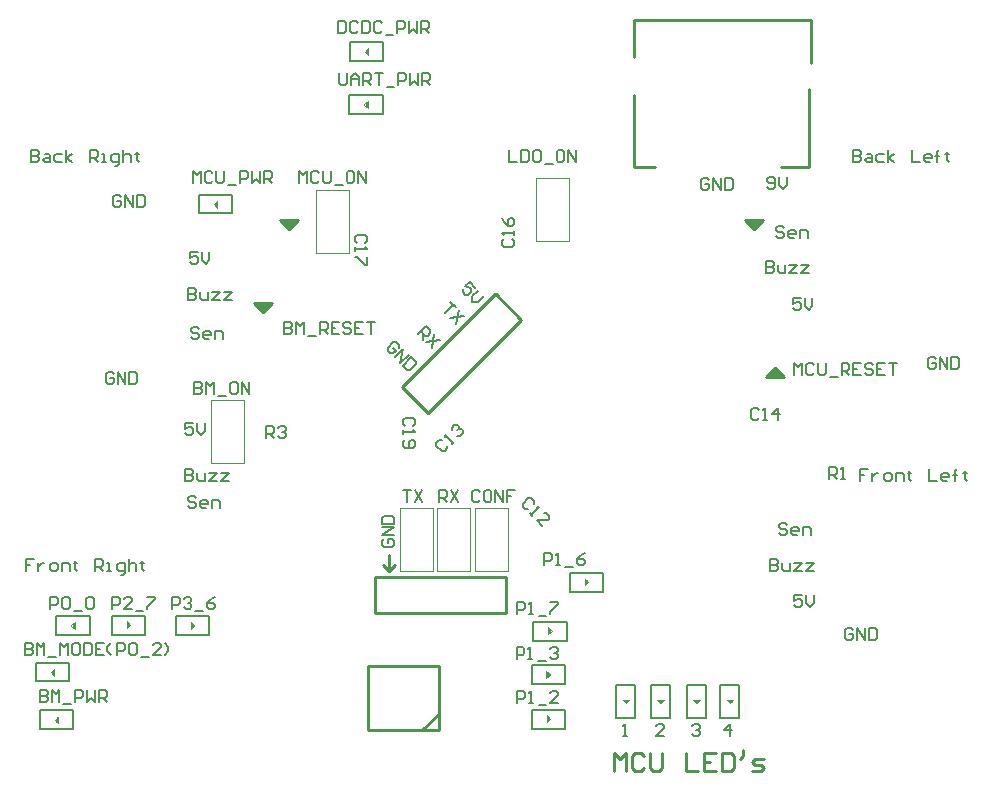
<source format=gto>
G04 Layer_Color=65535*
%FSLAX44Y44*%
%MOMM*%
G71*
G01*
G75*
%ADD43C,0.1000*%
%ADD44C,0.2000*%
%ADD45C,0.2540*%
D43*
X935990Y795020D02*
X963930D01*
X935990D02*
Y848360D01*
X963930D01*
Y795020D02*
Y848360D01*
X792455Y912965D02*
X793205Y912215D01*
Y909902D02*
Y912215D01*
X792643Y909340D02*
X793205Y909902D01*
X791830Y909340D02*
X792643D01*
X791830D02*
X792393Y909902D01*
X793205D01*
X791455Y911653D02*
X793205Y909902D01*
X791455Y911653D02*
Y911965D01*
X791611Y911809D01*
X793205D01*
X791830Y910434D02*
X793205Y911809D01*
X791830Y909340D02*
Y910434D01*
X791455Y909715D02*
X791830Y909340D01*
X791455Y909715D02*
Y911965D01*
X793205Y910215D01*
Y907965D02*
Y910215D01*
X790455Y910715D02*
X793205Y907965D01*
X790455Y910715D02*
Y910965D01*
X793205Y913715D01*
Y909902D02*
Y913715D01*
Y907965D02*
Y909902D01*
X820420Y515620D02*
X848360D01*
X820420D02*
Y568960D01*
X848360D01*
Y515620D02*
Y568960D01*
X852170Y515620D02*
X880110D01*
X852170D02*
Y568960D01*
X880110D01*
Y515620D02*
Y568960D01*
X643785Y468275D02*
X644535Y467525D01*
X643785Y468275D02*
Y470588D01*
X644348Y471150D01*
X645160D01*
X644597Y470588D02*
X645160Y471150D01*
X643785Y470588D02*
X644597D01*
X643785D02*
X645535Y468838D01*
Y468525D02*
Y468838D01*
X645379Y468681D02*
X645535Y468525D01*
X643785Y468681D02*
X645379D01*
X643785D02*
X645160Y470056D01*
Y471150D01*
X645535Y470775D01*
Y468525D02*
Y470775D01*
X643785Y470275D02*
X645535Y468525D01*
X643785Y470275D02*
Y472525D01*
X646535Y469775D01*
Y469525D02*
Y469775D01*
X643785Y466775D02*
X646535Y469525D01*
X643785Y466775D02*
Y470588D01*
Y472525D01*
X589265Y468745D02*
X590015Y467995D01*
X589265Y468745D02*
Y471058D01*
X589827Y471620D01*
X590640D01*
X590078Y471058D02*
X590640Y471620D01*
X589265Y471058D02*
X590078D01*
X589265D02*
X591015Y469308D01*
Y468995D02*
Y469308D01*
X590859Y469151D02*
X591015Y468995D01*
X589265Y469151D02*
X590859D01*
X589265D02*
X590640Y470526D01*
Y471620D01*
X591015Y471245D01*
Y468995D02*
Y471245D01*
X589265Y470745D02*
X591015Y468995D01*
X589265Y470745D02*
Y472995D01*
X592015Y470245D01*
Y469995D02*
Y470245D01*
X589265Y467245D02*
X592015Y469995D01*
X589265Y467245D02*
Y471058D01*
Y472995D01*
X946195Y463665D02*
X946945Y462915D01*
X946195Y463665D02*
Y465978D01*
X946758Y466540D01*
X947570D01*
X947008Y465978D02*
X947570Y466540D01*
X946195Y465978D02*
X947008D01*
X946195D02*
X947945Y464227D01*
Y463915D02*
Y464227D01*
X947789Y464071D02*
X947945Y463915D01*
X946195Y464071D02*
X947789D01*
X946195D02*
X947570Y465446D01*
Y466540D01*
X947945Y466165D01*
Y463915D02*
Y466165D01*
X946195Y465665D02*
X947945Y463915D01*
X946195Y465665D02*
Y467915D01*
X948945Y465165D01*
Y464915D02*
Y465165D01*
X946195Y462165D02*
X948945Y464915D01*
X946195Y462165D02*
Y465978D01*
Y467915D01*
X977175Y505105D02*
X977925Y504355D01*
X977175Y505105D02*
Y507417D01*
X977738Y507980D01*
X978550D01*
X977988Y507417D02*
X978550Y507980D01*
X977175Y507417D02*
X977988D01*
X977175D02*
X978925Y505667D01*
Y505355D02*
Y505667D01*
X978769Y505511D02*
X978925Y505355D01*
X977175Y505511D02*
X978769D01*
X977175D02*
X978550Y506886D01*
Y507980D01*
X978925Y507605D01*
Y505355D02*
Y507605D01*
X977175Y507105D02*
X978925Y505355D01*
X977175Y507105D02*
Y509355D01*
X979925Y506605D01*
Y506355D02*
Y506605D01*
X977175Y503605D02*
X979925Y506355D01*
X977175Y503605D02*
Y507417D01*
Y509355D01*
X944625Y426835D02*
X945375Y426085D01*
X944625Y426835D02*
Y429147D01*
X945188Y429710D01*
X946000D01*
X945437Y429147D02*
X946000Y429710D01*
X944625Y429147D02*
X945437D01*
X944625D02*
X946375Y427397D01*
Y427085D02*
Y427397D01*
X946219Y427241D02*
X946375Y427085D01*
X944625Y427241D02*
X946219D01*
X944625D02*
X946000Y428616D01*
Y429710D01*
X946375Y429335D01*
Y427085D02*
Y429335D01*
X944625Y428835D02*
X946375Y427085D01*
X944625Y428835D02*
Y431085D01*
X947375Y428335D01*
Y428085D02*
Y428335D01*
X944625Y425335D02*
X947375Y428085D01*
X944625Y425335D02*
Y429147D01*
Y431085D01*
X944925Y389205D02*
X945675Y388455D01*
X944925Y389205D02*
Y391517D01*
X945488Y392080D01*
X946300D01*
X945738Y391517D02*
X946300Y392080D01*
X944925Y391517D02*
X945738D01*
X944925D02*
X946675Y389767D01*
Y389455D02*
Y389767D01*
X946519Y389611D02*
X946675Y389455D01*
X944925Y389611D02*
X946519D01*
X944925D02*
X946300Y390986D01*
Y392080D01*
X946675Y391705D01*
Y389455D02*
Y391705D01*
X944925Y391205D02*
X946675Y389455D01*
X944925Y391205D02*
Y393455D01*
X947675Y390705D01*
Y390455D02*
Y390705D01*
X944925Y387705D02*
X947675Y390455D01*
X944925Y387705D02*
Y391517D01*
Y393455D01*
X544335Y471805D02*
X545085Y471055D01*
Y468742D02*
Y471055D01*
X544523Y468180D02*
X545085Y468742D01*
X543710Y468180D02*
X544523D01*
X543710D02*
X544272Y468742D01*
X545085D01*
X543335Y470493D02*
X545085Y468742D01*
X543335Y470493D02*
Y470805D01*
X543491Y470649D01*
X545085D01*
X543710Y469274D02*
X545085Y470649D01*
X543710Y468180D02*
Y469274D01*
X543335Y468555D02*
X543710Y468180D01*
X543335Y468555D02*
Y470805D01*
X545085Y469055D01*
Y466805D02*
Y469055D01*
X542335Y469555D02*
X545085Y466805D01*
X542335Y469555D02*
Y469805D01*
X545085Y472555D01*
Y468742D02*
Y472555D01*
Y466805D02*
Y468742D01*
X664755Y828360D02*
X665505Y827610D01*
Y825297D02*
Y827610D01*
X664942Y824735D02*
X665505Y825297D01*
X664130Y824735D02*
X664942D01*
X664130D02*
X664693Y825297D01*
X665505D01*
X663755Y827048D02*
X665505Y825297D01*
X663755Y827048D02*
Y827360D01*
X663911Y827204D01*
X665505D01*
X664130Y825829D02*
X665505Y827204D01*
X664130Y824735D02*
Y825829D01*
X663755Y825110D02*
X664130Y824735D01*
X663755Y825110D02*
Y827360D01*
X665505Y825610D01*
Y823360D02*
Y825610D01*
X662755Y826110D02*
X665505Y823360D01*
X662755Y826110D02*
Y826360D01*
X665505Y829110D01*
Y825297D02*
Y829110D01*
Y823360D02*
Y825297D01*
X749300Y784860D02*
X777240D01*
X749300D02*
Y838200D01*
X777240D01*
Y784860D02*
Y838200D01*
X793105Y957415D02*
X793855Y956665D01*
Y954352D02*
Y956665D01*
X793292Y953790D02*
X793855Y954352D01*
X792480Y953790D02*
X793292D01*
X792480D02*
X793043Y954352D01*
X793855D01*
X792105Y956103D02*
X793855Y954352D01*
X792105Y956103D02*
Y956415D01*
X792261Y956259D01*
X793855D01*
X792480Y954884D02*
X793855Y956259D01*
X792480Y953790D02*
Y954884D01*
X792105Y954165D02*
X792480Y953790D01*
X792105Y954165D02*
Y956415D01*
X793855Y954665D01*
Y952415D02*
Y954665D01*
X791105Y955165D02*
X793855Y952415D01*
X791105Y955165D02*
Y955415D01*
X793855Y958165D01*
Y954352D02*
Y958165D01*
Y952415D02*
Y954352D01*
X883920Y515620D02*
X911860D01*
X883920D02*
Y568960D01*
X911860D01*
Y515620D02*
Y568960D01*
X530365Y391795D02*
X531115Y391045D01*
Y388732D02*
Y391045D01*
X530552Y388170D02*
X531115Y388732D01*
X529740Y388170D02*
X530552D01*
X529740D02*
X530303Y388732D01*
X531115D01*
X529365Y390482D02*
X531115Y388732D01*
X529365Y390482D02*
Y390795D01*
X529521Y390639D01*
X531115D01*
X529740Y389264D02*
X531115Y390639D01*
X529740Y388170D02*
Y389264D01*
X529365Y388545D02*
X529740Y388170D01*
X529365Y388545D02*
Y390795D01*
X531115Y389045D01*
Y386795D02*
Y389045D01*
X528365Y389545D02*
X531115Y386795D01*
X528365Y389545D02*
Y389795D01*
X531115Y392545D01*
Y388732D02*
Y392545D01*
Y386795D02*
Y388732D01*
X660400Y660400D02*
X688340D01*
Y607060D02*
Y660400D01*
X660400Y607060D02*
X688340D01*
X660400D02*
Y660400D01*
X526905Y432105D02*
X527655Y431355D01*
Y429043D02*
Y431355D01*
X527093Y428480D02*
X527655Y429043D01*
X526280Y428480D02*
X527093D01*
X526280D02*
X526842Y429043D01*
X527655D01*
X525905Y430793D02*
X527655Y429043D01*
X525905Y430793D02*
Y431105D01*
X526061Y430949D01*
X527655D01*
X526280Y429574D02*
X527655Y430949D01*
X526280Y428480D02*
Y429574D01*
X525905Y428855D02*
X526280Y428480D01*
X525905Y428855D02*
Y431105D01*
X527655Y429355D01*
Y427105D02*
Y429355D01*
X524905Y429855D02*
X527655Y427105D01*
X524905Y429855D02*
Y430105D01*
X527655Y432855D01*
Y429043D02*
Y432855D01*
Y427105D02*
Y429043D01*
X1097915Y405665D02*
X1098665Y406415D01*
X1100977D01*
X1101540Y405853D01*
Y405040D02*
Y405853D01*
X1100977Y405602D02*
X1101540Y405040D01*
X1100977Y405602D02*
Y406415D01*
X1099228Y404665D02*
X1100977Y406415D01*
X1098915Y404665D02*
X1099228D01*
X1098915D02*
X1099071Y404821D01*
Y406415D01*
X1100446Y405040D01*
X1101540D01*
X1101165Y404665D02*
X1101540Y405040D01*
X1098915Y404665D02*
X1101165D01*
X1098915D02*
X1100665Y406415D01*
X1102915D01*
X1100165Y403665D02*
X1102915Y406415D01*
X1099915Y403665D02*
X1100165D01*
X1097165Y406415D02*
X1099915Y403665D01*
X1097165Y406415D02*
X1100977D01*
X1102915D01*
X1069551Y406153D02*
X1070302Y406903D01*
X1072614D01*
X1073176Y406341D01*
Y405528D02*
Y406341D01*
X1072614Y406091D02*
X1073176Y405528D01*
X1072614Y406091D02*
Y406903D01*
X1070864Y405153D02*
X1072614Y406903D01*
X1070552Y405153D02*
X1070864D01*
X1070552D02*
X1070708Y405310D01*
Y406903D01*
X1072083Y405528D01*
X1073176D01*
X1072801Y405153D02*
X1073176Y405528D01*
X1070552Y405153D02*
X1072801D01*
X1070552D02*
X1072301Y406903D01*
X1074551D01*
X1071801Y404153D02*
X1074551Y406903D01*
X1071552Y404153D02*
X1071801D01*
X1068801Y406903D02*
X1071552Y404153D01*
X1068801Y406903D02*
X1072614D01*
X1074551D01*
X1039072Y406153D02*
X1039821Y406903D01*
X1042134D01*
X1042696Y406341D01*
Y405528D02*
Y406341D01*
X1042134Y406091D02*
X1042696Y405528D01*
X1042134Y406091D02*
Y406903D01*
X1040384Y405153D02*
X1042134Y406903D01*
X1040071Y405153D02*
X1040384D01*
X1040071D02*
X1040228Y405310D01*
Y406903D01*
X1041603Y405528D01*
X1042696D01*
X1042321Y405153D02*
X1042696Y405528D01*
X1040071Y405153D02*
X1042321D01*
X1040071D02*
X1041822Y406903D01*
X1044071D01*
X1041321Y404153D02*
X1044071Y406903D01*
X1041071Y404153D02*
X1041321D01*
X1038321Y406903D02*
X1041071Y404153D01*
X1038321Y406903D02*
X1042134D01*
X1044071D01*
X1009862Y406153D02*
X1010611Y406903D01*
X1012924D01*
X1013486Y406341D01*
Y405528D02*
Y406341D01*
X1012924Y406091D02*
X1013486Y405528D01*
X1012924Y406091D02*
Y406903D01*
X1011174Y405153D02*
X1012924Y406903D01*
X1010862Y405153D02*
X1011174D01*
X1010862D02*
X1011018Y405310D01*
Y406903D01*
X1012393Y405528D01*
X1013486D01*
X1013111Y405153D02*
X1013486Y405528D01*
X1010862Y405153D02*
X1013111D01*
X1010862D02*
X1012611Y406903D01*
X1014861D01*
X1012111Y404153D02*
X1014861Y406903D01*
X1011861Y404153D02*
X1012111D01*
X1009111Y406903D02*
X1011861Y404153D01*
X1009111Y406903D02*
X1012924D01*
X1014861D01*
D44*
X805830Y903090D02*
Y919090D01*
X777830D02*
X805830D01*
X777830Y903090D02*
Y919090D01*
Y903090D02*
X805830D01*
X631160Y461400D02*
Y477400D01*
Y461400D02*
X659160D01*
Y477400D01*
X631160D02*
X659160D01*
X576640Y461870D02*
Y477870D01*
Y461870D02*
X604640D01*
Y477870D01*
X576640D02*
X604640D01*
X933570Y456790D02*
Y472790D01*
Y456790D02*
X961570D01*
Y472790D01*
X933570D02*
X961570D01*
X964550Y498230D02*
Y514230D01*
Y498230D02*
X992550D01*
Y514230D01*
X964550D02*
X992550D01*
X932000Y419960D02*
Y435960D01*
Y419960D02*
X960000D01*
Y435960D01*
X932000D02*
X960000D01*
X932300Y382330D02*
Y398330D01*
Y382330D02*
X960300D01*
Y398330D01*
X932300D02*
X960300D01*
X557710Y461930D02*
Y477930D01*
X529710D02*
X557710D01*
X529710Y461930D02*
Y477930D01*
Y461930D02*
X557710D01*
X678130Y818485D02*
Y834485D01*
X650130D02*
X678130D01*
X650130Y818485D02*
Y834485D01*
Y818485D02*
X678130D01*
X806480Y947540D02*
Y963540D01*
X778480D02*
X806480D01*
X778480Y947540D02*
Y963540D01*
Y947540D02*
X806480D01*
X543740Y381920D02*
Y397920D01*
X515740D02*
X543740D01*
X515740Y381920D02*
Y397920D01*
Y381920D02*
X543740D01*
X540280Y422230D02*
Y438230D01*
X512280D02*
X540280D01*
X512280Y422230D02*
Y438230D01*
Y422230D02*
X540280D01*
X1091790Y419040D02*
X1107790D01*
X1091790Y391040D02*
Y419040D01*
Y391040D02*
X1107790D01*
Y419040D01*
X1063426Y419528D02*
X1079426D01*
X1063426Y391528D02*
Y419528D01*
Y391528D02*
X1079426D01*
Y419528D01*
X1032946D02*
X1048947D01*
X1032946Y391528D02*
Y419528D01*
Y391528D02*
X1048947D01*
Y419528D01*
X1003736Y419528D02*
X1019736D01*
X1003736Y391528D02*
Y419528D01*
Y391528D02*
X1019736D01*
Y419528D01*
X863337Y743669D02*
X868050Y738956D01*
X865694Y741312D01*
X858625Y734244D01*
X870406Y736600D02*
X868050Y724819D01*
X875118Y731888D02*
X863337Y729531D01*
X913130Y872327D02*
Y862330D01*
X919794D01*
X923127Y872327D02*
Y862330D01*
X928125D01*
X929791Y863996D01*
Y870661D01*
X928125Y872327D01*
X923127D01*
X938122D02*
X934790D01*
X933124Y870661D01*
Y863996D01*
X934790Y862330D01*
X938122D01*
X939788Y863996D01*
Y870661D01*
X938122Y872327D01*
X943120Y860664D02*
X949785D01*
X958115Y872327D02*
X954783D01*
X953117Y870661D01*
Y863996D01*
X954783Y862330D01*
X958115D01*
X959782Y863996D01*
Y870661D01*
X958115Y872327D01*
X963114Y862330D02*
Y872327D01*
X969778Y862330D01*
Y872327D01*
X933893Y572678D02*
Y575034D01*
X931537Y577391D01*
X929181D01*
X924468Y572678D01*
Y570322D01*
X926824Y567966D01*
X929181D01*
X930359Y564431D02*
X932715Y562075D01*
X931537Y563253D01*
X938606Y570322D01*
X936249D01*
X940962Y553828D02*
X936249Y558541D01*
X945675D01*
X946853Y559719D01*
X946853Y562075D01*
X944496Y564431D01*
X942140D01*
X856072Y626553D02*
X853716D01*
X851359Y624197D01*
Y621841D01*
X856072Y617128D01*
X858428D01*
X860784Y619484D01*
Y621841D01*
X864319Y623019D02*
X866675Y625375D01*
X865497Y624197D01*
X858428Y631266D01*
Y628909D01*
X864319Y634800D02*
Y637156D01*
X866675Y639513D01*
X869031Y639513D01*
X870209Y638335D01*
Y635978D01*
X869031Y634800D01*
X870209Y635978D01*
X872566Y635978D01*
X873744Y634800D01*
X873744Y632444D01*
X871388Y630088D01*
X869031D01*
X1124265Y652221D02*
X1122598Y653887D01*
X1119266D01*
X1117600Y652221D01*
Y645556D01*
X1119266Y643890D01*
X1122598D01*
X1124265Y645556D01*
X1127597Y643890D02*
X1130929D01*
X1129263D01*
Y653887D01*
X1127597Y652221D01*
X1140926Y643890D02*
Y653887D01*
X1135927Y648888D01*
X1142592D01*
X908609Y796605D02*
X906943Y794938D01*
Y791606D01*
X908609Y789940D01*
X915274D01*
X916940Y791606D01*
Y794938D01*
X915274Y796605D01*
X916940Y799937D02*
Y803269D01*
Y801603D01*
X906943D01*
X908609Y799937D01*
X906943Y814932D02*
X908609Y811600D01*
X911942Y808267D01*
X915274D01*
X916940Y809934D01*
Y813266D01*
X915274Y814932D01*
X913608D01*
X911942Y813266D01*
Y808267D01*
X790651Y793436D02*
X792317Y795102D01*
Y798434D01*
X790651Y800100D01*
X783986D01*
X782320Y798434D01*
Y795102D01*
X783986Y793436D01*
X782320Y790103D02*
Y786771D01*
Y788437D01*
X792317D01*
X790651Y790103D01*
X792317Y781773D02*
Y775108D01*
X790651D01*
X783986Y781773D01*
X782320D01*
X831291Y638495D02*
X832957Y640162D01*
Y643494D01*
X831291Y645160D01*
X824626D01*
X822960Y643494D01*
Y640162D01*
X824626Y638495D01*
X822960Y635163D02*
Y631831D01*
Y633497D01*
X832957D01*
X831291Y635163D01*
X824626Y626833D02*
X822960Y625166D01*
Y621834D01*
X824626Y620168D01*
X831291D01*
X832957Y621834D01*
Y625166D01*
X831291Y626833D01*
X829624D01*
X827958Y625166D01*
Y620168D01*
X919630Y479260D02*
Y489257D01*
X924628D01*
X926294Y487591D01*
Y484258D01*
X924628Y482592D01*
X919630D01*
X929627Y479260D02*
X932959D01*
X931293D01*
Y489257D01*
X929627Y487591D01*
X937957Y477594D02*
X944622D01*
X947954Y489257D02*
X954619D01*
Y487591D01*
X947954Y480926D01*
Y479260D01*
X502920Y454497D02*
Y444500D01*
X507918D01*
X509585Y446166D01*
Y447832D01*
X507918Y449498D01*
X502920D01*
X507918D01*
X509585Y451165D01*
Y452831D01*
X507918Y454497D01*
X502920D01*
X512917Y444500D02*
Y454497D01*
X516249Y451165D01*
X519581Y454497D01*
Y444500D01*
X522914Y442834D02*
X529578D01*
X532910Y444500D02*
Y454497D01*
X536243Y451165D01*
X539575Y454497D01*
Y444500D01*
X547906Y454497D02*
X544573D01*
X542907Y452831D01*
Y446166D01*
X544573Y444500D01*
X547906D01*
X549572Y446166D01*
Y452831D01*
X547906Y454497D01*
X552904D02*
Y444500D01*
X557902D01*
X559568Y446166D01*
Y452831D01*
X557902Y454497D01*
X552904D01*
X569565D02*
X562901D01*
Y444500D01*
X569565D01*
X562901Y449498D02*
X566233D01*
X576230Y444500D02*
X572897Y447832D01*
Y451165D01*
X576230Y454497D01*
X581228Y444500D02*
Y454497D01*
X586227D01*
X587893Y452831D01*
Y449498D01*
X586227Y447832D01*
X581228D01*
X591225Y452831D02*
X592891Y454497D01*
X596223D01*
X597889Y452831D01*
Y446166D01*
X596223Y444500D01*
X592891D01*
X591225Y446166D01*
Y452831D01*
X601222Y442834D02*
X607886D01*
X617883Y444500D02*
X611218D01*
X617883Y451165D01*
Y452831D01*
X616217Y454497D01*
X612885D01*
X611218Y452831D01*
X621215Y444500D02*
X624548Y447832D01*
Y451165D01*
X621215Y454497D01*
X919540Y404330D02*
Y414327D01*
X924538D01*
X926205Y412661D01*
Y409328D01*
X924538Y407662D01*
X919540D01*
X929537Y404330D02*
X932869D01*
X931203D01*
Y414327D01*
X929537Y412661D01*
X937867Y402664D02*
X944532D01*
X954529Y404330D02*
X947864D01*
X954529Y410994D01*
Y412661D01*
X952863Y414327D01*
X949530D01*
X947864Y412661D01*
X919330Y441160D02*
Y451157D01*
X924328D01*
X925994Y449491D01*
Y446158D01*
X924328Y444492D01*
X919330D01*
X929327Y441160D02*
X932659D01*
X930993D01*
Y451157D01*
X929327Y449491D01*
X937657Y439494D02*
X944322D01*
X947654Y449491D02*
X949320Y451157D01*
X952653D01*
X954319Y449491D01*
Y447825D01*
X952653Y446158D01*
X950986D01*
X952653D01*
X954319Y444492D01*
Y442826D01*
X952653Y441160D01*
X949320D01*
X947654Y442826D01*
X942340Y520700D02*
Y530697D01*
X947338D01*
X949005Y529031D01*
Y525698D01*
X947338Y524032D01*
X942340D01*
X952337Y520700D02*
X955669D01*
X954003D01*
Y530697D01*
X952337Y529031D01*
X960667Y519034D02*
X967332D01*
X977329Y530697D02*
X973997Y529031D01*
X970664Y525698D01*
Y522366D01*
X972330Y520700D01*
X975663D01*
X977329Y522366D01*
Y524032D01*
X975663Y525698D01*
X970664D01*
X576695Y483870D02*
Y493867D01*
X581693D01*
X583359Y492201D01*
Y488868D01*
X581693Y487202D01*
X576695D01*
X593356Y483870D02*
X586692D01*
X593356Y490535D01*
Y492201D01*
X591690Y493867D01*
X588358D01*
X586692Y492201D01*
X596688Y482204D02*
X603353D01*
X606685Y493867D02*
X613350D01*
Y492201D01*
X606685Y485536D01*
Y483870D01*
X524660Y483400D02*
Y493397D01*
X529658D01*
X531325Y491731D01*
Y488398D01*
X529658Y486732D01*
X524660D01*
X534657Y491731D02*
X536323Y493397D01*
X539655D01*
X541321Y491731D01*
Y485066D01*
X539655Y483400D01*
X536323D01*
X534657Y485066D01*
Y491731D01*
X544654Y481734D02*
X551318D01*
X554650Y491731D02*
X556316Y493397D01*
X559649D01*
X561315Y491731D01*
Y485066D01*
X559649Y483400D01*
X556316D01*
X554650Y485066D01*
Y491731D01*
X627380Y483870D02*
Y493867D01*
X632378D01*
X634044Y492201D01*
Y488868D01*
X632378Y487202D01*
X627380D01*
X637377Y492201D02*
X639043Y493867D01*
X642375D01*
X644041Y492201D01*
Y490535D01*
X642375Y488868D01*
X640709D01*
X642375D01*
X644041Y487202D01*
Y485536D01*
X642375Y483870D01*
X639043D01*
X637377Y485536D01*
X647374Y482204D02*
X654038D01*
X664035Y493867D02*
X660703Y492201D01*
X657370Y488868D01*
Y485536D01*
X659036Y483870D01*
X662369D01*
X664035Y485536D01*
Y487202D01*
X662369Y488868D01*
X657370D01*
X645160Y844550D02*
Y854547D01*
X648492Y851215D01*
X651824Y854547D01*
Y844550D01*
X661821Y852881D02*
X660155Y854547D01*
X656823D01*
X655157Y852881D01*
Y846216D01*
X656823Y844550D01*
X660155D01*
X661821Y846216D01*
X665154Y854547D02*
Y846216D01*
X666820Y844550D01*
X670152D01*
X671818Y846216D01*
Y854547D01*
X675150Y842884D02*
X681815D01*
X685147Y844550D02*
Y854547D01*
X690145D01*
X691812Y852881D01*
Y849548D01*
X690145Y847882D01*
X685147D01*
X695144Y854547D02*
Y844550D01*
X698476Y847882D01*
X701808Y844550D01*
Y854547D01*
X705141Y844550D02*
Y854547D01*
X710139D01*
X711805Y852881D01*
Y849548D01*
X710139Y847882D01*
X705141D01*
X708473D02*
X711805Y844550D01*
X515620Y415127D02*
Y405130D01*
X520618D01*
X522285Y406796D01*
Y408462D01*
X520618Y410128D01*
X515620D01*
X520618D01*
X522285Y411795D01*
Y413461D01*
X520618Y415127D01*
X515620D01*
X525617Y405130D02*
Y415127D01*
X528949Y411795D01*
X532281Y415127D01*
Y405130D01*
X535614Y403464D02*
X542278D01*
X545610Y405130D02*
Y415127D01*
X550609D01*
X552275Y413461D01*
Y410128D01*
X550609Y408462D01*
X545610D01*
X555607Y415127D02*
Y405130D01*
X558939Y408462D01*
X562272Y405130D01*
Y415127D01*
X565604Y405130D02*
Y415127D01*
X570602D01*
X572268Y413461D01*
Y410128D01*
X570602Y408462D01*
X565604D01*
X568936D02*
X572268Y405130D01*
X768350Y981547D02*
Y971550D01*
X773348D01*
X775014Y973216D01*
Y979881D01*
X773348Y981547D01*
X768350D01*
X785011Y979881D02*
X783345Y981547D01*
X780013D01*
X778347Y979881D01*
Y973216D01*
X780013Y971550D01*
X783345D01*
X785011Y973216D01*
X788344Y981547D02*
Y971550D01*
X793342D01*
X795008Y973216D01*
Y979881D01*
X793342Y981547D01*
X788344D01*
X805005Y979881D02*
X803339Y981547D01*
X800006D01*
X798340Y979881D01*
Y973216D01*
X800006Y971550D01*
X803339D01*
X805005Y973216D01*
X808337Y969884D02*
X815002D01*
X818334Y971550D02*
Y981547D01*
X823332D01*
X824998Y979881D01*
Y976548D01*
X823332Y974882D01*
X818334D01*
X828331Y981547D02*
Y971550D01*
X831663Y974882D01*
X834995Y971550D01*
Y981547D01*
X838327Y971550D02*
Y981547D01*
X843326D01*
X844992Y979881D01*
Y976548D01*
X843326Y974882D01*
X838327D01*
X841660D02*
X844992Y971550D01*
X769200Y937412D02*
Y929081D01*
X770866Y927415D01*
X774198D01*
X775864Y929081D01*
Y937412D01*
X779197Y927415D02*
Y934080D01*
X782529Y937412D01*
X785861Y934080D01*
Y927415D01*
Y932413D01*
X779197D01*
X789193Y927415D02*
Y937412D01*
X794192D01*
X795858Y935746D01*
Y932413D01*
X794192Y930747D01*
X789193D01*
X792526D02*
X795858Y927415D01*
X799190Y937412D02*
X805855D01*
X802523D01*
Y927415D01*
X809187Y925749D02*
X815852D01*
X819184Y927415D02*
Y937412D01*
X824182D01*
X825848Y935746D01*
Y932413D01*
X824182Y930747D01*
X819184D01*
X829181Y937412D02*
Y927415D01*
X832513Y930747D01*
X835845Y927415D01*
Y937412D01*
X839177Y927415D02*
Y937412D01*
X844176D01*
X845842Y935746D01*
Y932413D01*
X844176Y930747D01*
X839177D01*
X842510D02*
X845842Y927415D01*
X1009650Y375920D02*
X1012982D01*
X1011316D01*
Y385917D01*
X1009650Y384251D01*
X1044255Y375920D02*
X1037590D01*
X1044255Y382584D01*
Y384251D01*
X1042588Y385917D01*
X1039256D01*
X1037590Y384251D01*
X1068070D02*
X1069736Y385917D01*
X1073068D01*
X1074734Y384251D01*
Y382584D01*
X1073068Y380918D01*
X1071402D01*
X1073068D01*
X1074734Y379252D01*
Y377586D01*
X1073068Y375920D01*
X1069736D01*
X1068070Y377586D01*
X1100208Y375830D02*
Y385827D01*
X1095210Y380828D01*
X1101874D01*
X888045Y582371D02*
X886378Y584037D01*
X883046D01*
X881380Y582371D01*
Y575706D01*
X883046Y574040D01*
X886378D01*
X888045Y575706D01*
X896375Y584037D02*
X893043D01*
X891377Y582371D01*
Y575706D01*
X893043Y574040D01*
X896375D01*
X898041Y575706D01*
Y582371D01*
X896375Y584037D01*
X901374Y574040D02*
Y584037D01*
X908038Y574040D01*
Y584037D01*
X918035D02*
X911370D01*
Y579038D01*
X914703D01*
X911370D01*
Y574040D01*
X853440D02*
Y584037D01*
X858438D01*
X860105Y582371D01*
Y579038D01*
X858438Y577372D01*
X853440D01*
X856772D02*
X860105Y574040D01*
X863437Y584037D02*
X870101Y574040D01*
Y584037D02*
X863437Y574040D01*
X822960Y584037D02*
X829624D01*
X826292D01*
Y574040D01*
X832957Y584037D02*
X839621Y574040D01*
Y584037D02*
X832957Y574040D01*
X735330Y844550D02*
Y854547D01*
X738662Y851215D01*
X741994Y854547D01*
Y844550D01*
X751991Y852881D02*
X750325Y854547D01*
X746993D01*
X745327Y852881D01*
Y846216D01*
X746993Y844550D01*
X750325D01*
X751991Y846216D01*
X755324Y854547D02*
Y846216D01*
X756990Y844550D01*
X760322D01*
X761988Y846216D01*
Y854547D01*
X765320Y842884D02*
X771985D01*
X780315Y854547D02*
X776983D01*
X775317Y852881D01*
Y846216D01*
X776983Y844550D01*
X780315D01*
X781982Y846216D01*
Y852881D01*
X780315Y854547D01*
X785314Y844550D02*
Y854547D01*
X791978Y844550D01*
Y854547D01*
X646430Y675477D02*
Y665480D01*
X651428D01*
X653094Y667146D01*
Y668812D01*
X651428Y670478D01*
X646430D01*
X651428D01*
X653094Y672144D01*
Y673811D01*
X651428Y675477D01*
X646430D01*
X656427Y665480D02*
Y675477D01*
X659759Y672144D01*
X663091Y675477D01*
Y665480D01*
X666424Y663814D02*
X673088D01*
X681419Y675477D02*
X678086D01*
X676420Y673811D01*
Y667146D01*
X678086Y665480D01*
X681419D01*
X683085Y667146D01*
Y673811D01*
X681419Y675477D01*
X686417Y665480D02*
Y675477D01*
X693082Y665480D01*
Y675477D01*
X1183937Y594015D02*
Y604012D01*
X1188935D01*
X1190601Y602345D01*
Y599013D01*
X1188935Y597347D01*
X1183937D01*
X1187269D02*
X1190601Y594015D01*
X1193934D02*
X1197266D01*
X1195600D01*
Y604012D01*
X1193934Y602345D01*
X707390Y628650D02*
Y638647D01*
X712388D01*
X714054Y636981D01*
Y633648D01*
X712388Y631982D01*
X707390D01*
X710722D02*
X714054Y628650D01*
X717387Y636981D02*
X719053Y638647D01*
X722385D01*
X724051Y636981D01*
Y635314D01*
X722385Y633648D01*
X720719D01*
X722385D01*
X724051Y631982D01*
Y630316D01*
X722385Y628650D01*
X719053D01*
X717387Y630316D01*
X1154430Y681990D02*
Y691987D01*
X1157762Y688654D01*
X1161095Y691987D01*
Y681990D01*
X1171091Y690321D02*
X1169425Y691987D01*
X1166093D01*
X1164427Y690321D01*
Y683656D01*
X1166093Y681990D01*
X1169425D01*
X1171091Y683656D01*
X1174424Y691987D02*
Y683656D01*
X1176090Y681990D01*
X1179422D01*
X1181088Y683656D01*
Y691987D01*
X1184420Y680324D02*
X1191085D01*
X1194417Y681990D02*
Y691987D01*
X1199416D01*
X1201082Y690321D01*
Y686988D01*
X1199416Y685322D01*
X1194417D01*
X1197749D02*
X1201082Y681990D01*
X1211078Y691987D02*
X1204414D01*
Y681990D01*
X1211078D01*
X1204414Y686988D02*
X1207746D01*
X1221075Y690321D02*
X1219409Y691987D01*
X1216077D01*
X1214411Y690321D01*
Y688654D01*
X1216077Y686988D01*
X1219409D01*
X1221075Y685322D01*
Y683656D01*
X1219409Y681990D01*
X1216077D01*
X1214411Y683656D01*
X1231072Y691987D02*
X1224408D01*
Y681990D01*
X1231072D01*
X1224408Y686988D02*
X1227740D01*
X1234404Y691987D02*
X1241069D01*
X1237737D01*
Y681990D01*
X722630Y726277D02*
Y716280D01*
X727628D01*
X729295Y717946D01*
Y719612D01*
X727628Y721278D01*
X722630D01*
X727628D01*
X729295Y722944D01*
Y724611D01*
X727628Y726277D01*
X722630D01*
X732627Y716280D02*
Y726277D01*
X735959Y722944D01*
X739291Y726277D01*
Y716280D01*
X742624Y714614D02*
X749288D01*
X752620Y716280D02*
Y726277D01*
X757619D01*
X759285Y724611D01*
Y721278D01*
X757619Y719612D01*
X752620D01*
X755953D02*
X759285Y716280D01*
X769282Y726277D02*
X762617D01*
Y716280D01*
X769282D01*
X762617Y721278D02*
X765949D01*
X779278Y724611D02*
X777612Y726277D01*
X774280D01*
X772614Y724611D01*
Y722944D01*
X774280Y721278D01*
X777612D01*
X779278Y719612D01*
Y717946D01*
X777612Y716280D01*
X774280D01*
X772614Y717946D01*
X789275Y726277D02*
X782611D01*
Y716280D01*
X789275D01*
X782611Y721278D02*
X785943D01*
X792607Y726277D02*
X799272D01*
X795940D01*
Y716280D01*
X1274125Y695401D02*
X1272458Y697067D01*
X1269126D01*
X1267460Y695401D01*
Y688736D01*
X1269126Y687070D01*
X1272458D01*
X1274125Y688736D01*
Y692068D01*
X1270792D01*
X1277457Y687070D02*
Y697067D01*
X1284121Y687070D01*
Y697067D01*
X1287454D02*
Y687070D01*
X1292452D01*
X1294118Y688736D01*
Y695401D01*
X1292452Y697067D01*
X1287454D01*
X1204275Y465531D02*
X1202608Y467197D01*
X1199276D01*
X1197610Y465531D01*
Y458866D01*
X1199276Y457200D01*
X1202608D01*
X1204275Y458866D01*
Y462198D01*
X1200942D01*
X1207607Y457200D02*
Y467197D01*
X1214271Y457200D01*
Y467197D01*
X1217604D02*
Y457200D01*
X1222602D01*
X1224268Y458866D01*
Y465531D01*
X1222602Y467197D01*
X1217604D01*
X650555Y720801D02*
X648888Y722467D01*
X645556D01*
X643890Y720801D01*
Y719135D01*
X645556Y717468D01*
X648888D01*
X650555Y715802D01*
Y714136D01*
X648888Y712470D01*
X645556D01*
X643890Y714136D01*
X658885Y712470D02*
X655553D01*
X653887Y714136D01*
Y717468D01*
X655553Y719135D01*
X658885D01*
X660551Y717468D01*
Y715802D01*
X653887D01*
X663884Y712470D02*
Y719135D01*
X668882D01*
X670548Y717468D01*
Y712470D01*
X641350Y755487D02*
Y745490D01*
X646348D01*
X648015Y747156D01*
Y748822D01*
X646348Y750488D01*
X641350D01*
X646348D01*
X648015Y752154D01*
Y753821D01*
X646348Y755487D01*
X641350D01*
X651347Y752154D02*
Y747156D01*
X653013Y745490D01*
X658011D01*
Y752154D01*
X661344D02*
X668008D01*
X661344Y745490D01*
X668008D01*
X671340Y752154D02*
X678005D01*
X671340Y745490D01*
X678005D01*
X649285Y785967D02*
X642620D01*
Y780968D01*
X645952Y782635D01*
X647618D01*
X649285Y780968D01*
Y777636D01*
X647618Y775970D01*
X644286D01*
X642620Y777636D01*
X652617Y785967D02*
Y779302D01*
X655949Y775970D01*
X659281Y779302D01*
Y785967D01*
X584515Y832561D02*
X582848Y834227D01*
X579516D01*
X577850Y832561D01*
Y825896D01*
X579516Y824230D01*
X582848D01*
X584515Y825896D01*
Y829228D01*
X581182D01*
X587847Y824230D02*
Y834227D01*
X594511Y824230D01*
Y834227D01*
X597844D02*
Y824230D01*
X602842D01*
X604508Y825896D01*
Y832561D01*
X602842Y834227D01*
X597844D01*
X578164Y682701D02*
X576498Y684367D01*
X573166D01*
X571500Y682701D01*
Y676036D01*
X573166Y674370D01*
X576498D01*
X578164Y676036D01*
Y679368D01*
X574832D01*
X581497Y674370D02*
Y684367D01*
X588161Y674370D01*
Y684367D01*
X591494D02*
Y674370D01*
X596492D01*
X598158Y676036D01*
Y682701D01*
X596492Y684367D01*
X591494D01*
X645474Y641187D02*
X638810D01*
Y636188D01*
X642142Y637854D01*
X643808D01*
X645474Y636188D01*
Y632856D01*
X643808Y631190D01*
X640476D01*
X638810Y632856D01*
X648807Y641187D02*
Y634522D01*
X652139Y631190D01*
X655471Y634522D01*
Y641187D01*
X638810Y601817D02*
Y591820D01*
X643808D01*
X645474Y593486D01*
Y595152D01*
X643808Y596818D01*
X638810D01*
X643808D01*
X645474Y598484D01*
Y600151D01*
X643808Y601817D01*
X638810D01*
X648807Y598484D02*
Y593486D01*
X650473Y591820D01*
X655471D01*
Y598484D01*
X658804D02*
X665468D01*
X658804Y591820D01*
X665468D01*
X668800Y598484D02*
X675465D01*
X668800Y591820D01*
X675465D01*
X648015Y577291D02*
X646348Y578957D01*
X643016D01*
X641350Y577291D01*
Y575625D01*
X643016Y573958D01*
X646348D01*
X648015Y572292D01*
Y570626D01*
X646348Y568960D01*
X643016D01*
X641350Y570626D01*
X656345Y568960D02*
X653013D01*
X651347Y570626D01*
Y573958D01*
X653013Y575625D01*
X656345D01*
X658011Y573958D01*
Y572292D01*
X651347D01*
X661344Y568960D02*
Y575625D01*
X666342D01*
X668008Y573958D01*
Y568960D01*
X1082355Y846531D02*
X1080688Y848197D01*
X1077356D01*
X1075690Y846531D01*
Y839866D01*
X1077356Y838200D01*
X1080688D01*
X1082355Y839866D01*
Y843198D01*
X1079022D01*
X1085687Y838200D02*
Y848197D01*
X1092351Y838200D01*
Y848197D01*
X1095684D02*
Y838200D01*
X1100682D01*
X1102348Y839866D01*
Y846531D01*
X1100682Y848197D01*
X1095684D01*
X1131570Y841136D02*
X1133236Y839470D01*
X1136568D01*
X1138234Y841136D01*
Y847801D01*
X1136568Y849467D01*
X1133236D01*
X1131570Y847801D01*
Y846134D01*
X1133236Y844468D01*
X1138234D01*
X1141567Y849467D02*
Y842802D01*
X1144899Y839470D01*
X1148231Y842802D01*
Y849467D01*
X1161095Y495137D02*
X1154430D01*
Y490138D01*
X1157762Y491805D01*
X1159428D01*
X1161095Y490138D01*
Y486806D01*
X1159428Y485140D01*
X1156096D01*
X1154430Y486806D01*
X1164427Y495137D02*
Y488472D01*
X1167759Y485140D01*
X1171091Y488472D01*
Y495137D01*
X1134110Y525617D02*
Y515620D01*
X1139108D01*
X1140775Y517286D01*
Y518952D01*
X1139108Y520618D01*
X1134110D01*
X1139108D01*
X1140775Y522285D01*
Y523951D01*
X1139108Y525617D01*
X1134110D01*
X1144107Y522285D02*
Y517286D01*
X1145773Y515620D01*
X1150771D01*
Y522285D01*
X1154104D02*
X1160768D01*
X1154104Y515620D01*
X1160768D01*
X1164100Y522285D02*
X1170765D01*
X1164100Y515620D01*
X1170765D01*
X508000Y872327D02*
Y862330D01*
X512998D01*
X514664Y863996D01*
Y865662D01*
X512998Y867328D01*
X508000D01*
X512998D01*
X514664Y868995D01*
Y870661D01*
X512998Y872327D01*
X508000D01*
X519663Y868995D02*
X522995D01*
X524661Y867328D01*
Y862330D01*
X519663D01*
X517997Y863996D01*
X519663Y865662D01*
X524661D01*
X534658Y868995D02*
X529660D01*
X527994Y867328D01*
Y863996D01*
X529660Y862330D01*
X534658D01*
X537990D02*
Y872327D01*
Y865662D02*
X542989Y868995D01*
X537990Y865662D02*
X542989Y862330D01*
X557984D02*
Y872327D01*
X562982D01*
X564648Y870661D01*
Y867328D01*
X562982Y865662D01*
X557984D01*
X561316D02*
X564648Y862330D01*
X567981D02*
X571313D01*
X569647D01*
Y868995D01*
X567981D01*
X579644Y858998D02*
X581310D01*
X582976Y860664D01*
Y868995D01*
X577977D01*
X576311Y867328D01*
Y863996D01*
X577977Y862330D01*
X582976D01*
X586308Y872327D02*
Y862330D01*
Y867328D01*
X587974Y868995D01*
X591306D01*
X592973Y867328D01*
Y862330D01*
X597971Y870661D02*
Y868995D01*
X596305D01*
X599637D01*
X597971D01*
Y863996D01*
X599637Y862330D01*
X510854Y525617D02*
X504190D01*
Y520618D01*
X507522D01*
X504190D01*
Y515620D01*
X514187Y522285D02*
Y515620D01*
Y518952D01*
X515853Y520618D01*
X517519Y522285D01*
X519185D01*
X525850Y515620D02*
X529182D01*
X530848Y517286D01*
Y520618D01*
X529182Y522285D01*
X525850D01*
X524184Y520618D01*
Y517286D01*
X525850Y515620D01*
X534180D02*
Y522285D01*
X539179D01*
X540845Y520618D01*
Y515620D01*
X545843Y523951D02*
Y522285D01*
X544177D01*
X547509D01*
X545843D01*
Y517286D01*
X547509Y515620D01*
X562505D02*
Y525617D01*
X567503D01*
X569169Y523951D01*
Y520618D01*
X567503Y518952D01*
X562505D01*
X565837D02*
X569169Y515620D01*
X572501D02*
X575834D01*
X574168D01*
Y522285D01*
X572501D01*
X584164Y512288D02*
X585830D01*
X587496Y513954D01*
Y522285D01*
X582498D01*
X580832Y520618D01*
Y517286D01*
X582498Y515620D01*
X587496D01*
X590829Y525617D02*
Y515620D01*
Y520618D01*
X592495Y522285D01*
X595827D01*
X597493Y520618D01*
Y515620D01*
X602492Y523951D02*
Y522285D01*
X600826D01*
X604158D01*
X602492D01*
Y517286D01*
X604158Y515620D01*
X1216974Y601817D02*
X1210310D01*
Y596818D01*
X1213642D01*
X1210310D01*
Y591820D01*
X1220307Y598484D02*
Y591820D01*
Y595152D01*
X1221973Y596818D01*
X1223639Y598484D01*
X1225305D01*
X1231970Y591820D02*
X1235302D01*
X1236968Y593486D01*
Y596818D01*
X1235302Y598484D01*
X1231970D01*
X1230304Y596818D01*
Y593486D01*
X1231970Y591820D01*
X1240300D02*
Y598484D01*
X1245299D01*
X1246965Y596818D01*
Y591820D01*
X1251963Y600151D02*
Y598484D01*
X1250297D01*
X1253629D01*
X1251963D01*
Y593486D01*
X1253629Y591820D01*
X1268624Y601817D02*
Y591820D01*
X1275289D01*
X1283620D02*
X1280287D01*
X1278621Y593486D01*
Y596818D01*
X1280287Y598484D01*
X1283620D01*
X1285286Y596818D01*
Y595152D01*
X1278621D01*
X1290284Y591820D02*
Y600151D01*
Y596818D01*
X1288618D01*
X1291950D01*
X1290284D01*
Y600151D01*
X1291950Y601817D01*
X1298615Y600151D02*
Y598484D01*
X1296949D01*
X1300281D01*
X1298615D01*
Y593486D01*
X1300281Y591820D01*
X1203960Y872327D02*
Y862330D01*
X1208958D01*
X1210624Y863996D01*
Y865662D01*
X1208958Y867328D01*
X1203960D01*
X1208958D01*
X1210624Y868995D01*
Y870661D01*
X1208958Y872327D01*
X1203960D01*
X1215623Y868995D02*
X1218955D01*
X1220621Y867328D01*
Y862330D01*
X1215623D01*
X1213957Y863996D01*
X1215623Y865662D01*
X1220621D01*
X1230618Y868995D02*
X1225620D01*
X1223954Y867328D01*
Y863996D01*
X1225620Y862330D01*
X1230618D01*
X1233950D02*
Y872327D01*
Y865662D02*
X1238949Y868995D01*
X1233950Y865662D02*
X1238949Y862330D01*
X1253944Y872327D02*
Y862330D01*
X1260608D01*
X1268939D02*
X1265607D01*
X1263941Y863996D01*
Y867328D01*
X1265607Y868995D01*
X1268939D01*
X1270605Y867328D01*
Y865662D01*
X1263941D01*
X1275604Y862330D02*
Y870661D01*
Y867328D01*
X1273938D01*
X1277270D01*
X1275604D01*
Y870661D01*
X1277270Y872327D01*
X1283934Y870661D02*
Y868995D01*
X1282268D01*
X1285600D01*
X1283934D01*
Y863996D01*
X1285600Y862330D01*
X1159825Y746597D02*
X1153160D01*
Y741598D01*
X1156492Y743264D01*
X1158158D01*
X1159825Y741598D01*
Y738266D01*
X1158158Y736600D01*
X1154826D01*
X1153160Y738266D01*
X1163157Y746597D02*
Y739932D01*
X1166489Y736600D01*
X1169821Y739932D01*
Y746597D01*
X1148394Y554431D02*
X1146728Y556097D01*
X1143396D01*
X1141730Y554431D01*
Y552765D01*
X1143396Y551098D01*
X1146728D01*
X1148394Y549432D01*
Y547766D01*
X1146728Y546100D01*
X1143396D01*
X1141730Y547766D01*
X1156725Y546100D02*
X1153393D01*
X1151727Y547766D01*
Y551098D01*
X1153393Y552765D01*
X1156725D01*
X1158391Y551098D01*
Y549432D01*
X1151727D01*
X1161724Y546100D02*
Y552765D01*
X1166722D01*
X1168388Y551098D01*
Y546100D01*
X1130300Y778347D02*
Y768350D01*
X1135298D01*
X1136964Y770016D01*
Y771682D01*
X1135298Y773348D01*
X1130300D01*
X1135298D01*
X1136964Y775014D01*
Y776681D01*
X1135298Y778347D01*
X1130300D01*
X1140297Y775014D02*
Y770016D01*
X1141963Y768350D01*
X1146961D01*
Y775014D01*
X1150294D02*
X1156958D01*
X1150294Y768350D01*
X1156958D01*
X1160290Y775014D02*
X1166955D01*
X1160290Y768350D01*
X1166955D01*
X807009Y542604D02*
X805343Y540938D01*
Y537606D01*
X807009Y535940D01*
X813674D01*
X815340Y537606D01*
Y540938D01*
X813674Y542604D01*
X810342D01*
Y539272D01*
X815340Y545937D02*
X805343D01*
X815340Y552601D01*
X805343D01*
Y555934D02*
X815340D01*
Y560932D01*
X813674Y562598D01*
X807009D01*
X805343Y560932D01*
Y555934D01*
X819593Y704758D02*
Y707114D01*
X817237Y709471D01*
X814881D01*
X810168Y704758D01*
Y702402D01*
X812524Y700046D01*
X814881D01*
X817237Y702402D01*
X814881Y704758D01*
X816059Y696511D02*
X823128Y703580D01*
X820771Y691799D01*
X827840Y698867D01*
X830196Y696511D02*
X823128Y689442D01*
X826662Y685908D01*
X829018Y685908D01*
X833731Y690621D01*
X833731Y692977D01*
X830196Y696511D01*
X835660Y716280D02*
X842729Y723349D01*
X846263Y719814D01*
Y717458D01*
X843907Y715102D01*
X841551D01*
X838016Y718636D01*
X840372Y716280D02*
Y711568D01*
X849798Y716280D02*
X847441Y704499D01*
X854510Y711568D02*
X842729Y709211D01*
X884271Y755466D02*
X879559Y760179D01*
X876024Y756644D01*
X879559Y755466D01*
X880737Y754288D01*
Y751932D01*
X878381Y749576D01*
X876024D01*
X873668Y751932D01*
Y754288D01*
X886628Y753110D02*
X881915Y748398D01*
Y743685D01*
X886628D01*
X891340Y748398D01*
X1145854Y805891D02*
X1144188Y807557D01*
X1140856D01*
X1139190Y805891D01*
Y804224D01*
X1140856Y802558D01*
X1144188D01*
X1145854Y800892D01*
Y799226D01*
X1144188Y797560D01*
X1140856D01*
X1139190Y799226D01*
X1154185Y797560D02*
X1150853D01*
X1149187Y799226D01*
Y802558D01*
X1150853Y804224D01*
X1154185D01*
X1155851Y802558D01*
Y800892D01*
X1149187D01*
X1159184Y797560D02*
Y804224D01*
X1164182D01*
X1165848Y802558D01*
Y797560D01*
D45*
X853310Y382090D02*
Y384630D01*
X845690Y380820D02*
X853310D01*
X793620D02*
X853310D01*
X793620D02*
Y435430D01*
X853310D01*
Y380820D02*
Y435430D01*
X839340Y380820D02*
X853310Y394790D01*
X1143100Y857820D02*
X1167230D01*
Y923860D01*
X1168500Y945450D02*
Y982280D01*
X1165960D02*
X1168500D01*
X1018640D02*
X1165960D01*
X1018640Y950530D02*
Y982280D01*
Y857820D02*
Y918780D01*
Y857820D02*
X1036420D01*
X799210Y480050D02*
X910710D01*
Y510300D01*
X910210Y510800D02*
X910710Y510300D01*
X799210Y510800D02*
X910210D01*
X799210Y480050D02*
Y510800D01*
X844029Y649742D02*
X922871Y728585D01*
X901481Y749975D02*
X922871Y728585D01*
X900774Y749975D02*
X901481D01*
X822285Y671486D02*
X900774Y749975D01*
X822285Y671486D02*
X844029Y649742D01*
X1137920Y681470D02*
Y685280D01*
X1135380Y682740D02*
X1137920Y685280D01*
X1135380Y680200D02*
Y682740D01*
Y680200D02*
X1136650Y681470D01*
X1141730D01*
X1137920Y685280D02*
X1141730Y681470D01*
X1134110D02*
X1137920Y685280D01*
X1134110Y681470D02*
X1135380Y680200D01*
X1145540D01*
X1137920Y687820D02*
X1145540Y680200D01*
X1130300D02*
X1137920Y687820D01*
X1130300Y680200D02*
X1145540D01*
X726440Y807720D02*
Y811530D01*
Y807720D02*
X728980Y810260D01*
Y812800D01*
X727710Y811530D02*
X728980Y812800D01*
X722630Y811530D02*
X727710D01*
X722630D02*
X726440Y807720D01*
X730250Y811530D01*
X728980Y812800D02*
X730250Y811530D01*
X718820Y812800D02*
X728980D01*
X718820D02*
X726440Y805180D01*
X734060Y812800D01*
X718820D02*
X734060D01*
X704850Y737870D02*
Y741680D01*
Y737870D02*
X707390Y740410D01*
Y742950D01*
X706120Y741680D02*
X707390Y742950D01*
X701040Y741680D02*
X706120D01*
X701040D02*
X704850Y737870D01*
X708660Y741680D01*
X707390Y742950D02*
X708660Y741680D01*
X697230Y742950D02*
X707390D01*
X697230D02*
X704850Y735330D01*
X712470Y742950D01*
X697230D02*
X712470D01*
X1120140Y808240D02*
Y812050D01*
Y808240D02*
X1122680Y810780D01*
Y813320D01*
X1121410Y812050D02*
X1122680Y813320D01*
X1116330Y812050D02*
X1121410D01*
X1116330D02*
X1120140Y808240D01*
X1123950Y812050D01*
X1122680Y813320D02*
X1123950Y812050D01*
X1112520Y813320D02*
X1122680D01*
X1112520D02*
X1120140Y805700D01*
X1127760Y813320D01*
X1112520D02*
X1127760D01*
X811530Y515620D02*
Y529590D01*
Y515620D02*
X816610Y520700D01*
X811530Y515620D02*
X816610Y520700D01*
X806450D02*
X811530Y515620D01*
X1002030Y346710D02*
Y361945D01*
X1007108Y356867D01*
X1012187Y361945D01*
Y346710D01*
X1027422Y359406D02*
X1024883Y361945D01*
X1019804D01*
X1017265Y359406D01*
Y349249D01*
X1019804Y346710D01*
X1024883D01*
X1027422Y349249D01*
X1032500Y361945D02*
Y349249D01*
X1035039Y346710D01*
X1040118D01*
X1042657Y349249D01*
Y361945D01*
X1062970D02*
Y346710D01*
X1073127D01*
X1088362Y361945D02*
X1078205D01*
Y346710D01*
X1088362D01*
X1078205Y354328D02*
X1083284D01*
X1093440Y361945D02*
Y346710D01*
X1101058D01*
X1103597Y349249D01*
Y359406D01*
X1101058Y361945D01*
X1093440D01*
X1111215Y364484D02*
Y359406D01*
X1108676Y356867D01*
X1118832Y346710D02*
X1126450D01*
X1128989Y349249D01*
X1126450Y351788D01*
X1121371D01*
X1118832Y354328D01*
X1121371Y356867D01*
X1128989D01*
M02*

</source>
